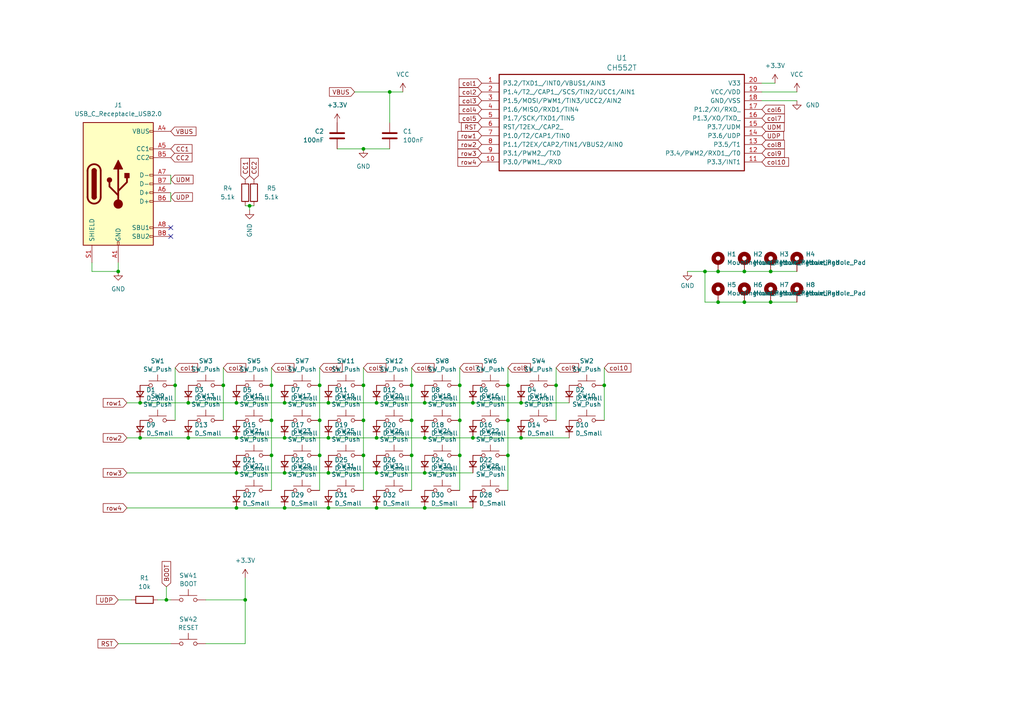
<source format=kicad_sch>
(kicad_sch (version 20230121) (generator eeschema)
  (paper "A4")
  (lib_symbols
    (symbol "Connector:USB_C_Receptacle_USB2.0" (pin_names (offset 1.016))
      (property "Reference" "J" (at -10.16 19.05 0))
      (property "Value" "USB_C_Receptacle_USB2.0" (at 19.05 19.05 0))
      (symbol "USB_C_Receptacle_USB2.0_0_0"
        (rectangle (start -0.254 -17.78) (end 0.254 -16.764))
        (rectangle (start 10.16 -14.986) (end 9.144 -15.494))
        (rectangle (start 10.16 -12.446) (end 9.144 -12.954))
        (rectangle (start 10.16 -4.826) (end 9.144 -5.334))
        (rectangle (start 10.16 -2.286) (end 9.144 -2.794))
        (rectangle (start 10.16 0.254) (end 9.144 -0.254))
        (rectangle (start 10.16 2.794) (end 9.144 2.286))
        (rectangle (start 10.16 7.874) (end 9.144 7.366))
        (rectangle (start 10.16 10.414) (end 9.144 9.906))
        (rectangle (start 10.16 15.494) (end 9.144 14.986))
      )
      (symbol "USB_C_Receptacle_USB2.0_0_1"
        (rectangle (start -10.16 17.78) (end 10.16 -17.78) (stroke (width 0.254)) (fill (type background)))
        (arc (start -8.89 -3.81) (mid -6.985 -5.7067) (end -5.08 -3.81) (stroke (width 0.508)))
        (arc (start -7.62 -3.81) (mid -6.985 -4.4423) (end -6.35 -3.81) (stroke (width 0.254)))
        (arc (start -7.62 -3.81) (mid -6.985 -4.4423) (end -6.35 -3.81) (stroke (width 0.254)) (fill (type outline)))
        (rectangle (start -7.62 -3.81) (end -6.35 3.81) (stroke (width 0.254)) (fill (type outline)))
        (arc (start -6.35 3.81) (mid -6.985 4.4423) (end -7.62 3.81) (stroke (width 0.254)))
        (arc (start -6.35 3.81) (mid -6.985 4.4423) (end -7.62 3.81) (stroke (width 0.254)) (fill (type outline)))
        (arc (start -5.08 3.81) (mid -6.985 5.7067) (end -8.89 3.81) (stroke (width 0.508)))
        (circle (center -2.54 1.143) (radius 0.635) (stroke (width 0.254)) (fill (type outline)))
        (circle (center 0 -5.842) (radius 1.27) (fill (type outline)))
        (polyline (pts (xy -8.89 -3.81) (xy -8.89 3.81)) (stroke (width 0.508)))
        (polyline (pts (xy -5.08 3.81) (xy -5.08 -3.81)) (stroke (width 0.508)))
        (polyline (pts (xy 0 -5.842) (xy 0 4.318)) (stroke (width 0.508)))
        (polyline (pts (xy 0 -3.302) (xy -2.54 -0.762) (xy -2.54 0.508)) (stroke (width 0.508)))
        (polyline (pts (xy 0 -2.032) (xy 2.54 0.508) (xy 2.54 1.778)) (stroke (width 0.508)))
        (polyline (pts (xy -1.27 4.318) (xy 0 6.858) (xy 1.27 4.318) (xy -1.27 4.318)) (stroke (width 0.254)) (fill (type outline)))
        (rectangle (start 1.905 1.778) (end 3.175 3.048) (stroke (width 0.254)) (fill (type outline)))
      )
      (symbol "USB_C_Receptacle_USB2.0_1_1"
        (pin passive line (at 0 -22.86 90) (length 5.08) (name "GND") (number "A1"))
        (pin passive line (at 0 -22.86 90) (length 5.08) hide (name "GND") (number "A12"))
        (pin passive line (at 15.24 15.24 180) (length 5.08) (name "VBUS") (number "A4"))
        (pin bidirectional line (at 15.24 10.16 180) (length 5.08) (name "CC1") (number "A5"))
        (pin bidirectional line (at 15.24 -2.54 180) (length 5.08) (name "D+") (number "A6"))
        (pin bidirectional line (at 15.24 2.54 180) (length 5.08) (name "D-") (number "A7"))
        (pin bidirectional line (at 15.24 -12.7 180) (length 5.08) (name "SBU1") (number "A8"))
        (pin passive line (at 15.24 15.24 180) (length 5.08) hide (name "VBUS") (number "A9"))
        (pin passive line (at 0 -22.86 90) (length 5.08) hide (name "GND") (number "B1"))
        (pin passive line (at 0 -22.86 90) (length 5.08) hide (name "GND") (number "B12"))
        (pin passive line (at 15.24 15.24 180) (length 5.08) hide (name "VBUS") (number "B4"))
        (pin bidirectional line (at 15.24 7.62 180) (length 5.08) (name "CC2") (number "B5"))
        (pin bidirectional line (at 15.24 -5.08 180) (length 5.08) (name "D+") (number "B6"))
        (pin bidirectional line (at 15.24 0 180) (length 5.08) (name "D-") (number "B7"))
        (pin bidirectional line (at 15.24 -15.24 180) (length 5.08) (name "SBU2") (number "B8"))
        (pin passive line (at 15.24 15.24 180) (length 5.08) hide (name "VBUS") (number "B9"))
        (pin passive line (at -7.62 -22.86 90) (length 5.08) (name "SHIELD") (number "S1"))
      )
    )
    (symbol "Device:C" (pin_numbers hide) (pin_names (offset 0.254))
      (property "Reference" "C" (at 0.635 2.54 0))
      (property "Value" "C" (at 0.635 -2.54 0))
      (symbol "C_0_1"
        (polyline (pts (xy -2.032 -0.762) (xy 2.032 -0.762)) (stroke (width 0.508)))
        (polyline (pts (xy -2.032 0.762) (xy 2.032 0.762)) (stroke (width 0.508)))
      )
      (symbol "C_1_1"
        (pin passive line (at 0 3.81 270) (length 2.794) (name "~") (number "1"))
        (pin passive line (at 0 -3.81 90) (length 2.794) (name "~") (number "2"))
      )
    )
    (symbol "Device:D_Small" (pin_numbers hide) (pin_names (offset 0.254) hide)
      (property "Reference" "D" (at -1.27 2.032 0))
      (property "Value" "D_Small" (at -3.81 -2.032 0))
      (symbol "D_Small_0_1"
        (polyline (pts (xy -0.762 -1.016) (xy -0.762 1.016)) (stroke (width 0.254)))
        (polyline (pts (xy -0.762 0) (xy 0.762 0)))
        (polyline (pts (xy 0.762 -1.016) (xy -0.762 0) (xy 0.762 1.016) (xy 0.762 -1.016)) (stroke (width 0.254)))
      )
      (symbol "D_Small_1_1"
        (pin passive line (at -2.54 0 0) (length 1.778) (name "K") (number "1"))
        (pin passive line (at 2.54 0 180) (length 1.778) (name "A") (number "2"))
      )
    )
    (symbol "Device:R" (pin_numbers hide) (pin_names (offset 0))
      (property "Reference" "R" (at 2.032 0 90))
      (property "Value" "R" (at 0 0 90))
      (symbol "R_0_1"
        (rectangle (start -1.016 -2.54) (end 1.016 2.54) (stroke (width 0.254)))
      )
      (symbol "R_1_1"
        (pin passive line (at 0 3.81 270) (length 1.27) (name "~") (number "1"))
        (pin passive line (at 0 -3.81 90) (length 1.27) (name "~") (number "2"))
      )
    )
    (symbol "Mechanical:MountingHole_Pad" (pin_numbers hide) (pin_names (offset 1.016) hide)
      (property "Reference" "H" (at 0 6.35 0))
      (property "Value" "MountingHole_Pad" (at 0 4.445 0))
      (symbol "MountingHole_Pad_0_1"
        (circle (center 0 1.27) (radius 1.27) (stroke (width 1.27)))
      )
      (symbol "MountingHole_Pad_1_1"
        (pin input line (at 0 -2.54 90) (length 2.54) (name "1") (number "1"))
      )
    )
    (symbol "Switch:SW_Push" (pin_numbers hide) (pin_names (offset 1.016) hide)
      (property "Reference" "SW" (at 1.27 2.54 0))
      (property "Value" "SW_Push" (at 0 -1.524 0))
      (symbol "SW_Push_0_1"
        (circle (center -2.032 0) (radius 0.508))
        (polyline (pts (xy 0 1.27) (xy 0 3.048)))
        (polyline (pts (xy 2.54 1.27) (xy -2.54 1.27)))
        (circle (center 2.032 0) (radius 0.508))
        (pin passive line (at -5.08 0 0) (length 2.54) (name "1") (number "1"))
        (pin passive line (at 5.08 0 180) (length 2.54) (name "2") (number "2"))
      )
    )
    (symbol "power:+3.3V" (power) (pin_names (offset 0))
      (property "Value" "+3.3V" (at 0 3.556 0))
      (symbol "+3.3V_0_1"
        (polyline (pts (xy -0.762 1.27) (xy 0 2.54)))
        (polyline (pts (xy 0 0) (xy 0 2.54)))
        (polyline (pts (xy 0 2.54) (xy 0.762 1.27)))
      )
      (symbol "+3.3V_1_1"
        (pin power_in line (at 0 0 90) (length 0) hide (name "+3.3V") (number "1"))
      )
    )
    (symbol "power:GND" (power) (pin_names (offset 0))
      (property "Value" "GND" (at 0 -3.81 0))
      (symbol "GND_0_1"
        (polyline (pts (xy 0 0) (xy 0 -1.27) (xy 1.27 -1.27) (xy 0 -2.54) (xy -1.27 -1.27) (xy 0 -1.27)))
      )
      (symbol "GND_1_1"
        (pin power_in line (at 0 0 270) (length 0) hide (name "GND") (number "1"))
      )
    )
    (symbol "power:VCC" (power) (pin_names (offset 0))
      (property "Value" "VCC" (at 0 3.81 0))
      (symbol "VCC_0_1"
        (polyline (pts (xy -0.762 1.27) (xy 0 2.54)))
        (polyline (pts (xy 0 0) (xy 0 2.54)))
        (polyline (pts (xy 0 2.54) (xy 0.762 1.27)))
      )
      (symbol "VCC_1_1"
        (pin power_in line (at 0 0 90) (length 0) hide (name "VCC") (number "1"))
      )
    )
    (symbol "wch:CH552T" (pin_names (offset 1.016))
      (property "Reference" "U" (at 5.08 6.35 0))
      (property "Value" "CH552T" (at 5.08 3.81 0))
      (symbol "CH552T_1_1"
        (rectangle (start 5.08 2.54) (end 76.2 -25.4) (stroke (width 0.3048)))
        (pin bidirectional line (at 0 0 0) (length 5.08) (name "P3.2/TXD1_/INT0/VBUS1/AIN3") (number "1"))
        (pin bidirectional line (at 0 -22.86 0) (length 5.08) (name "P3.0/PWM1_/RXD") (number "10"))
        (pin bidirectional line (at 81.28 -22.86 180) (length 5.08) (name "P3.3/INT1") (number "11"))
        (pin bidirectional line (at 81.28 -20.32 180) (length 5.08) (name "P3.4/PWM2/RXD1_/T0") (number "12"))
        (pin bidirectional line (at 81.28 -17.78 180) (length 5.08) (name "P3.5/T1") (number "13"))
        (pin bidirectional line (at 81.28 -15.24 180) (length 5.08) (name "P3.6/UDP") (number "14"))
        (pin bidirectional line (at 81.28 -12.7 180) (length 5.08) (name "P3.7/UDM") (number "15"))
        (pin bidirectional line (at 81.28 -10.16 180) (length 5.08) (name "P1.3/XO/TXD_") (number "16"))
        (pin bidirectional line (at 81.28 -7.62 180) (length 5.08) (name "P1.2/XI/RXD_") (number "17"))
        (pin power_in line (at 81.28 -5.08 180) (length 5.08) (name "GND/VSS") (number "18"))
        (pin power_in line (at 81.28 -2.54 180) (length 5.08) (name "VCC/VDD") (number "19"))
        (pin bidirectional line (at 0 -2.54 0) (length 5.08) (name "P1.4/T2_/CAP1_/SCS/TIN2/UCC1/AIN1") (number "2"))
        (pin power_in line (at 81.28 0 180) (length 5.08) (name "V33") (number "20"))
        (pin bidirectional line (at 0 -5.08 0) (length 5.08) (name "P1.5/MOSI/PWM1/TIN3/UCC2/AIN2") (number "3"))
        (pin bidirectional line (at 0 -7.62 0) (length 5.08) (name "P1.6/MISO/RXD1/TIN4") (number "4"))
        (pin bidirectional line (at 0 -10.16 0) (length 5.08) (name "P1.7/SCK/TXD1/TIN5") (number "5"))
        (pin bidirectional line (at 0 -12.7 0) (length 5.08) (name "RST/T2EX_/CAP2_") (number "6"))
        (pin bidirectional line (at 0 -15.24 0) (length 5.08) (name "P1.0/T2/CAP1/TIN0") (number "7"))
        (pin bidirectional line (at 0 -17.78 0) (length 5.08) (name "P1.1/T2EX/CAP2/TIN1/VBUS2/AIN0") (number "8"))
        (pin bidirectional line (at 0 -20.32 0) (length 5.08) (name "P3.1/PWM2_/TXD") (number "9"))
      )
    )
  )
  (junction (at 105.41 111.76))
  (junction (at 137.16 127))
  (junction (at 92.71 111.76))
  (junction (at 123.19 147.32))
  (junction (at 109.22 147.32))
  (junction (at 109.22 116.84))
  (junction (at 92.71 121.92))
  (junction (at 78.74 132.08))
  (junction (at 50.8 111.76))
  (junction (at 68.58 116.84))
  (junction (at 95.25 116.84))
  (junction (at 82.55 127))
  (junction (at 68.58 127))
  (junction (at 175.26 111.76))
  (junction (at 82.55 116.84))
  (junction (at 78.74 121.92))
  (junction (at 64.77 111.76))
  (junction (at 113.03 26.67))
  (junction (at 123.19 127))
  (junction (at 109.22 127))
  (junction (at 119.38 132.08))
  (junction (at 105.41 121.92))
  (junction (at 208.28 78.74))
  (junction (at 68.58 137.16))
  (junction (at 71.12 173.99))
  (junction (at 40.64 127))
  (junction (at 133.35 132.08))
  (junction (at 105.41 43.18))
  (junction (at 204.47 78.74))
  (junction (at 223.52 78.74))
  (junction (at 123.19 137.16))
  (junction (at 137.16 116.84))
  (junction (at 72.39 59.69))
  (junction (at 48.26 173.99))
  (junction (at 215.9 78.74))
  (junction (at 147.32 121.92))
  (junction (at 208.28 87.63))
  (junction (at 95.25 137.16))
  (junction (at 147.32 132.08))
  (junction (at 133.35 111.76))
  (junction (at 133.35 121.92))
  (junction (at 223.52 87.63))
  (junction (at 95.25 147.32))
  (junction (at 54.61 127))
  (junction (at 95.25 127))
  (junction (at 215.9 87.63))
  (junction (at 151.13 116.84))
  (junction (at 92.71 132.08))
  (junction (at 109.22 137.16))
  (junction (at 82.55 147.32))
  (junction (at 147.32 111.76))
  (junction (at 119.38 121.92))
  (junction (at 34.29 78.74))
  (junction (at 151.13 127))
  (junction (at 54.61 116.84))
  (junction (at 123.19 116.84))
  (junction (at 40.64 116.84))
  (junction (at 68.58 147.32))
  (junction (at 119.38 111.76))
  (junction (at 105.41 132.08))
  (junction (at 161.29 111.76))
  (junction (at 82.55 137.16))
  (junction (at 78.74 111.76))
  (no_connect (at 49.53 68.58))
  (no_connect (at 49.53 66.04))
  (wire (pts (xy 40.64 116.84) (xy 54.61 116.84)))
  (wire (pts (xy 133.35 111.76) (xy 133.35 121.92)))
  (wire (pts (xy 161.29 111.76) (xy 161.29 121.92)))
  (wire (pts (xy 95.25 116.84) (xy 109.22 116.84)))
  (wire (pts (xy 92.71 132.08) (xy 92.71 142.24)))
  (wire (pts (xy 133.35 106.68) (xy 133.35 111.76)))
  (wire (pts (xy 26.67 76.2) (xy 26.67 78.74)))
  (wire (pts (xy 220.98 24.13) (xy 224.79 24.13)))
  (wire (pts (xy 82.55 127) (xy 95.25 127)))
  (wire (pts (xy 147.32 106.68) (xy 147.32 111.76)))
  (wire (pts (xy 161.29 106.68) (xy 161.29 111.76)))
  (wire (pts (xy 113.03 26.67) (xy 113.03 35.56)))
  (wire (pts (xy 49.53 50.8) (xy 49.53 53.34)))
  (wire (pts (xy 36.83 127) (xy 40.64 127)))
  (wire (pts (xy 59.69 173.99) (xy 71.12 173.99)))
  (wire (pts (xy 71.12 186.69) (xy 59.69 186.69)))
  (wire (pts (xy 119.38 111.76) (xy 119.38 121.92)))
  (wire (pts (xy 68.58 147.32) (xy 82.55 147.32)))
  (wire (pts (xy 199.39 78.74) (xy 204.47 78.74)))
  (wire (pts (xy 231.14 78.74) (xy 223.52 78.74)))
  (wire (pts (xy 95.25 127) (xy 109.22 127)))
  (wire (pts (xy 82.55 147.32) (xy 95.25 147.32)))
  (wire (pts (xy 204.47 87.63) (xy 208.28 87.63)))
  (wire (pts (xy 147.32 132.08) (xy 147.32 142.24)))
  (wire (pts (xy 223.52 87.63) (xy 231.14 87.63)))
  (wire (pts (xy 151.13 127) (xy 165.1 127)))
  (wire (pts (xy 40.64 127) (xy 54.61 127)))
  (wire (pts (xy 231.14 29.21) (xy 220.98 29.21)))
  (wire (pts (xy 92.71 106.68) (xy 92.71 111.76)))
  (wire (pts (xy 26.67 78.74) (xy 34.29 78.74)))
  (wire (pts (xy 49.53 55.88) (xy 49.53 58.42)))
  (wire (pts (xy 220.98 26.67) (xy 231.14 26.67)))
  (wire (pts (xy 82.55 116.84) (xy 95.25 116.84)))
  (wire (pts (xy 54.61 127) (xy 68.58 127)))
  (wire (pts (xy 78.74 111.76) (xy 78.74 121.92)))
  (wire (pts (xy 137.16 127) (xy 151.13 127)))
  (wire (pts (xy 123.19 116.84) (xy 137.16 116.84)))
  (wire (pts (xy 50.8 106.68) (xy 50.8 111.76)))
  (wire (pts (xy 147.32 111.76) (xy 147.32 121.92)))
  (wire (pts (xy 119.38 106.68) (xy 119.38 111.76)))
  (wire (pts (xy 102.87 26.67) (xy 113.03 26.67)))
  (wire (pts (xy 36.83 147.32) (xy 68.58 147.32)))
  (wire (pts (xy 105.41 132.08) (xy 105.41 142.24)))
  (wire (pts (xy 175.26 106.68) (xy 175.26 111.76)))
  (wire (pts (xy 109.22 137.16) (xy 123.19 137.16)))
  (wire (pts (xy 123.19 127) (xy 137.16 127)))
  (wire (pts (xy 45.72 173.99) (xy 48.26 173.99)))
  (wire (pts (xy 123.19 147.32) (xy 137.16 147.32)))
  (wire (pts (xy 36.83 137.16) (xy 68.58 137.16)))
  (wire (pts (xy 133.35 132.08) (xy 133.35 142.24)))
  (wire (pts (xy 105.41 121.92) (xy 105.41 132.08)))
  (wire (pts (xy 68.58 137.16) (xy 82.55 137.16)))
  (wire (pts (xy 71.12 173.99) (xy 71.12 186.69)))
  (wire (pts (xy 95.25 137.16) (xy 109.22 137.16)))
  (wire (pts (xy 34.29 173.99) (xy 38.1 173.99)))
  (wire (pts (xy 119.38 121.92) (xy 119.38 132.08)))
  (wire (pts (xy 72.39 59.69) (xy 73.66 59.69)))
  (wire (pts (xy 208.28 87.63) (xy 215.9 87.63)))
  (wire (pts (xy 133.35 121.92) (xy 133.35 132.08)))
  (wire (pts (xy 64.77 106.68) (xy 64.77 111.76)))
  (wire (pts (xy 109.22 127) (xy 123.19 127)))
  (wire (pts (xy 48.26 173.99) (xy 49.53 173.99)))
  (wire (pts (xy 119.38 132.08) (xy 119.38 142.24)))
  (wire (pts (xy 72.39 59.69) (xy 72.39 60.96)))
  (wire (pts (xy 97.79 43.18) (xy 105.41 43.18)))
  (wire (pts (xy 208.28 78.74) (xy 204.47 78.74)))
  (wire (pts (xy 78.74 106.68) (xy 78.74 111.76)))
  (wire (pts (xy 215.9 87.63) (xy 223.52 87.63)))
  (wire (pts (xy 50.8 111.76) (xy 50.8 121.92)))
  (wire (pts (xy 137.16 116.84) (xy 151.13 116.84)))
  (wire (pts (xy 78.74 121.92) (xy 78.74 132.08)))
  (wire (pts (xy 68.58 116.84) (xy 82.55 116.84)))
  (wire (pts (xy 113.03 26.67) (xy 116.84 26.67)))
  (wire (pts (xy 71.12 59.69) (xy 72.39 59.69)))
  (wire (pts (xy 123.19 137.16) (xy 137.16 137.16)))
  (wire (pts (xy 105.41 43.18) (xy 113.03 43.18)))
  (wire (pts (xy 71.12 167.64) (xy 71.12 173.99)))
  (wire (pts (xy 223.52 78.74) (xy 215.9 78.74)))
  (wire (pts (xy 54.61 116.84) (xy 68.58 116.84)))
  (wire (pts (xy 105.41 111.76) (xy 105.41 121.92)))
  (wire (pts (xy 109.22 116.84) (xy 123.19 116.84)))
  (wire (pts (xy 48.26 170.18) (xy 48.26 173.99)))
  (wire (pts (xy 109.22 147.32) (xy 123.19 147.32)))
  (wire (pts (xy 36.83 116.84) (xy 40.64 116.84)))
  (wire (pts (xy 147.32 121.92) (xy 147.32 132.08)))
  (wire (pts (xy 68.58 127) (xy 82.55 127)))
  (wire (pts (xy 95.25 147.32) (xy 109.22 147.32)))
  (wire (pts (xy 175.26 111.76) (xy 175.26 121.92)))
  (wire (pts (xy 151.13 116.84) (xy 165.1 116.84)))
  (wire (pts (xy 92.71 121.92) (xy 92.71 132.08)))
  (wire (pts (xy 105.41 106.68) (xy 105.41 111.76)))
  (wire (pts (xy 34.29 186.69) (xy 49.53 186.69)))
  (wire (pts (xy 34.29 76.2) (xy 34.29 78.74)))
  (wire (pts (xy 215.9 78.74) (xy 208.28 78.74)))
  (wire (pts (xy 78.74 132.08) (xy 78.74 142.24)))
  (wire (pts (xy 204.47 78.74) (xy 204.47 87.63)))
  (wire (pts (xy 64.77 111.76) (xy 64.77 121.92)))
  (wire (pts (xy 92.71 111.76) (xy 92.71 121.92)))
  (wire (pts (xy 82.55 137.16) (xy 95.25 137.16)))
  (global_label "col4" (shape input) (at 92.71 106.68 0) (property "Intersheetrefs" "${INTERSHEET_REFS}" (effects hide)))
  (global_label "col1" (shape input) (at 50.8 106.68 0) (property "Intersheetrefs" "${INTERSHEET_REFS}" (effects hide)))
  (global_label "row2" (shape input) (at 36.83 127 180) (property "Intersheetrefs" "${INTERSHEET_REFS}" (effects hide)))
  (global_label "CC1" (shape input) (at 49.53 43.18 0) (property "Intersheetrefs" "${INTERSHEET_REFS}" (effects hide)))
  (global_label "col3" (shape input) (at 78.74 106.68 0) (property "Intersheetrefs" "${INTERSHEET_REFS}" (effects hide)))
  (global_label "col9" (shape input) (at 161.29 106.68 0) (property "Intersheetrefs" "${INTERSHEET_REFS}" (effects hide)))
  (global_label "row1" (shape input) (at 139.7 39.37 180) (property "Intersheetrefs" "${INTERSHEET_REFS}" (effects hide)))
  (global_label "UDP" (shape input) (at 220.98 39.37 0) (property "Intersheetrefs" "${INTERSHEET_REFS}" (effects hide)))
  (global_label "col4" (shape input) (at 139.7 31.75 180) (property "Intersheetrefs" "${INTERSHEET_REFS}" (effects hide)))
  (global_label "col1" (shape input) (at 139.7 24.13 180) (property "Intersheetrefs" "${INTERSHEET_REFS}" (effects hide)))
  (global_label "UDM" (shape input) (at 220.98 36.83 0) (property "Intersheetrefs" "${INTERSHEET_REFS}" (effects hide)))
  (global_label "col5" (shape input) (at 105.41 106.68 0) (property "Intersheetrefs" "${INTERSHEET_REFS}" (effects hide)))
  (global_label "CC2" (shape input) (at 49.53 45.72 0) (property "Intersheetrefs" "${INTERSHEET_REFS}" (effects hide)))
  (global_label "UDP" (shape input) (at 49.53 57.15 0) (property "Intersheetrefs" "${INTERSHEET_REFS}" (effects hide)))
  (global_label "CC1" (shape input) (at 71.12 52.07 90) (property "Intersheetrefs" "${INTERSHEET_REFS}" (effects hide)))
  (global_label "col7" (shape input) (at 220.98 34.29 0) (property "Intersheetrefs" "${INTERSHEET_REFS}" (effects hide)))
  (global_label "col3" (shape input) (at 139.7 29.21 180) (property "Intersheetrefs" "${INTERSHEET_REFS}" (effects hide)))
  (global_label "col2" (shape input) (at 139.7 26.67 180) (property "Intersheetrefs" "${INTERSHEET_REFS}" (effects hide)))
  (global_label "col5" (shape input) (at 139.7 34.29 180) (property "Intersheetrefs" "${INTERSHEET_REFS}" (effects hide)))
  (global_label "UDP" (shape input) (at 34.29 173.99 180) (property "Intersheetrefs" "${INTERSHEET_REFS}" (effects hide)))
  (global_label "col2" (shape input) (at 64.77 106.68 0) (property "Intersheetrefs" "${INTERSHEET_REFS}" (effects hide)))
  (global_label "VBUS" (shape input) (at 102.87 26.67 180) (property "Intersheetrefs" "${INTERSHEET_REFS}" (effects hide)))
  (global_label "col9" (shape input) (at 220.98 44.45 0) (property "Intersheetrefs" "${INTERSHEET_REFS}" (effects hide)))
  (global_label "row2" (shape input) (at 139.7 41.91 180) (property "Intersheetrefs" "${INTERSHEET_REFS}" (effects hide)))
  (global_label "VBUS" (shape input) (at 49.53 38.1 0) (property "Intersheetrefs" "${INTERSHEET_REFS}" (effects hide)))
  (global_label "row3" (shape input) (at 139.7 44.45 180) (property "Intersheetrefs" "${INTERSHEET_REFS}" (effects hide)))
  (global_label "col10" (shape input) (at 220.98 46.99 0) (property "Intersheetrefs" "${INTERSHEET_REFS}" (effects hide)))
  (global_label "BOOT" (shape input) (at 48.26 170.18 90) (property "Intersheetrefs" "${INTERSHEET_REFS}" (effects hide)))
  (global_label "row4" (shape input) (at 139.7 46.99 180) (property "Intersheetrefs" "${INTERSHEET_REFS}" (effects hide)))
  (global_label "col8" (shape input) (at 220.98 41.91 0) (property "Intersheetrefs" "${INTERSHEET_REFS}" (effects hide)))
  (global_label "row4" (shape input) (at 36.83 147.32 180) (property "Intersheetrefs" "${INTERSHEET_REFS}" (effects hide)))
  (global_label "col7" (shape input) (at 133.35 106.68 0) (property "Intersheetrefs" "${INTERSHEET_REFS}" (effects hide)))
  (global_label "RST" (shape input) (at 139.7 36.83 180) (property "Intersheetrefs" "${INTERSHEET_REFS}" (effects hide)))
  (global_label "row3" (shape input) (at 36.83 137.16 180) (property "Intersheetrefs" "${INTERSHEET_REFS}" (effects hide)))
  (global_label "UDM" (shape input) (at 49.53 52.07 0) (property "Intersheetrefs" "${INTERSHEET_REFS}" (effects hide)))
  (global_label "col10" (shape input) (at 175.26 106.68 0) (property "Intersheetrefs" "${INTERSHEET_REFS}" (effects hide)))
  (global_label "CC2" (shape input) (at 73.66 52.07 90) (property "Intersheetrefs" "${INTERSHEET_REFS}" (effects hide)))
  (global_label "RST" (shape input) (at 34.29 186.69 180) (property "Intersheetrefs" "${INTERSHEET_REFS}" (effects hide)))
  (global_label "col6" (shape input) (at 119.38 106.68 0) (property "Intersheetrefs" "${INTERSHEET_REFS}" (effects hide)))
  (global_label "col8" (shape input) (at 147.32 106.68 0) (property "Intersheetrefs" "${INTERSHEET_REFS}" (effects hide)))
  (global_label "row1" (shape input) (at 36.83 116.84 180) (property "Intersheetrefs" "${INTERSHEET_REFS}" (effects hide)))
  (global_label "col6" (shape input) (at 220.98 31.75 0) (property "Intersheetrefs" "${INTERSHEET_REFS}" (effects hide)))
  (symbol (lib_id "Switch:SW_Push") (at 100.33 132.08 0) (unit 1)
    (property "Reference" "SW25" (at 100.33 125.0147 0))
    (property "Value" "SW_Push" (at 100.33 127.4389 0))
    (property "Footprint" "Button_Switch_SMD:SW_SPST_EVQP0" (effects hide))
  )
  (symbol (lib_id "power:+3.3V") (at 97.79 35.56 0) (mirror y) (unit 1)
    (property "Reference" "#PWR06" (effects hide))
    (property "Value" "+3.3V" (at 97.79 30.48 0))
  )
  (symbol (lib_id "Switch:SW_Push") (at 87.63 142.24 0) (unit 1)
    (property "Reference" "SW29" (at 87.63 135.1747 0))
    (property "Value" "SW_Push" (at 87.63 137.5989 0))
    (property "Footprint" "Button_Switch_SMD:SW_SPST_EVQP0" (effects hide))
  )
  (symbol (lib_id "Switch:SW_Push") (at 73.66 121.92 0) (unit 1)
    (property "Reference" "SW15" (at 73.66 114.8547 0))
    (property "Value" "SW_Push" (at 73.66 117.2789 0))
    (property "Footprint" "Button_Switch_SMD:SW_SPST_EVQP0" (effects hide))
  )
  (symbol (lib_id "Device:D_Small") (at 68.58 124.46 90) (unit 1)
    (property "Reference" "D15" (at 70.358 123.2479 90) (effects (justify right)))
    (property "Value" "D_Small" (at 70.358 125.6721 90) (effects (justify right)))
    (property "Footprint" "Diode_SMD:D_SOD-323" (effects hide))
    (property "Sim.Device" "D" (effects hide))
    (property "Sim.Pins" "1=K 2=A" (effects hide))
  )
  (symbol (lib_id "Device:D_Small") (at 68.58 134.62 90) (unit 1)
    (property "Reference" "D21" (at 70.358 133.4079 90) (effects (justify right)))
    (property "Value" "D_Small" (at 70.358 135.8321 90) (effects (justify right)))
    (property "Footprint" "Diode_SMD:D_SOD-323" (effects hide))
    (property "Sim.Device" "D" (effects hide))
    (property "Sim.Pins" "1=K 2=A" (effects hide))
  )
  (symbol (lib_id "Device:D_Small") (at 109.22 134.62 90) (unit 1)
    (property "Reference" "D26" (at 110.998 133.4079 90) (effects (justify right)))
    (property "Value" "D_Small" (at 110.998 135.8321 90) (effects (justify right)))
    (property "Footprint" "Diode_SMD:D_SOD-323" (effects hide))
    (property "Sim.Device" "D" (effects hide))
    (property "Sim.Pins" "1=K 2=A" (effects hide))
  )
  (symbol (lib_id "Device:R") (at 73.66 55.88 0) (mirror y) (unit 1)
    (property "Reference" "R5" (at 78.74 54.61 0))
    (property "Value" "5.1k" (at 78.74 57.15 0))
    (property "Footprint" "Resistor_SMD:R_0402_1005Metric" (effects hide))
    (property "LCSC" "C25905" (effects hide))
  )
  (symbol (lib_id "Device:D_Small") (at 165.1 124.46 90) (unit 1)
    (property "Reference" "D10" (at 166.878 123.2479 90) (effects (justify right)))
    (property "Value" "D_Small" (at 166.878 125.6721 90) (effects (justify right)))
    (property "Footprint" "Diode_SMD:D_SOD-323" (effects hide))
    (property "Sim.Device" "D" (effects hide))
    (property "Sim.Pins" "1=K 2=A" (effects hide))
  )
  (symbol (lib_id "Device:D_Small") (at 82.55 114.3 90) (unit 1)
    (property "Reference" "D7" (at 84.328 113.0879 90) (effects (justify right)))
    (property "Value" "D_Small" (at 84.328 115.5121 90) (effects (justify right)))
    (property "Footprint" "Diode_SMD:D_SOD-323" (effects hide))
    (property "Sim.Device" "D" (effects hide))
    (property "Sim.Pins" "1=K 2=A" (effects hide))
  )
  (symbol (lib_id "Switch:SW_Push") (at 59.69 111.76 0) (unit 1)
    (property "Reference" "SW3" (at 59.69 104.6947 0))
    (property "Value" "SW_Push" (at 59.69 107.1189 0))
    (property "Footprint" "Button_Switch_SMD:SW_SPST_EVQP0" (effects hide))
  )
  (symbol (lib_id "wch:CH552T") (at 139.7 24.13 0) (unit 1)
    (property "Reference" "U1" (at 180.34 16.8074 0) (effects (font (size 1.524 1.524))))
    (property "Value" "CH552T" (at 180.34 19.6402 0) (effects (font (size 1.524 1.524))))
    (property "Footprint" "Package_SO:TSSOP-20_4.4x6.5mm_P0.65mm" (effects hide))
    (property "Datasheet" "http://www.wch.cn/downloads/file/241.html" (effects hide))
  )
  (symbol (lib_id "Device:D_Small") (at 123.19 114.3 90) (unit 1)
    (property "Reference" "D8" (at 124.968 113.0879 90) (effects (justify right)))
    (property "Value" "D_Small" (at 124.968 115.5121 90) (effects (justify right)))
    (property "Footprint" "Diode_SMD:D_SOD-323" (effects hide))
    (property "Sim.Device" "D" (effects hide))
    (property "Sim.Pins" "1=K 2=A" (effects hide))
  )
  (symbol (lib_id "Switch:SW_Push") (at 128.27 121.92 0) (unit 1)
    (property "Reference" "SW18" (at 128.27 114.8547 0))
    (property "Value" "SW_Push" (at 128.27 117.2789 0))
    (property "Footprint" "Button_Switch_SMD:SW_SPST_EVQP0" (effects hide))
  )
  (symbol (lib_id "Device:D_Small") (at 151.13 114.3 90) (unit 1)
    (property "Reference" "D4" (at 152.908 113.0879 90) (effects (justify right)))
    (property "Value" "D_Small" (at 152.908 115.5121 90) (effects (justify right)))
    (property "Footprint" "Diode_SMD:D_SOD-323" (effects hide))
    (property "Sim.Device" "D" (effects hide))
    (property "Sim.Pins" "1=K 2=A" (effects hide))
  )
  (symbol (lib_id "Device:D_Small") (at 123.19 124.46 90) (unit 1)
    (property "Reference" "D18" (at 124.968 123.2479 90) (effects (justify right)))
    (property "Value" "D_Small" (at 124.968 125.6721 90) (effects (justify right)))
    (property "Footprint" "Diode_SMD:D_SOD-323" (effects hide))
    (property "Sim.Device" "D" (effects hide))
    (property "Sim.Pins" "1=K 2=A" (effects hide))
  )
  (symbol (lib_id "Switch:SW_Push") (at 87.63 111.76 0) (unit 1)
    (property "Reference" "SW7" (at 87.63 104.6947 0))
    (property "Value" "SW_Push" (at 87.63 107.1189 0))
    (property "Footprint" "Button_Switch_SMD:SW_SPST_EVQP0" (effects hide))
  )
  (symbol (lib_id "Device:D_Small") (at 54.61 114.3 90) (unit 1)
    (property "Reference" "D3" (at 56.388 113.0879 90) (effects (justify right)))
    (property "Value" "D_Small" (at 56.388 115.5121 90) (effects (justify right)))
    (property "Footprint" "Diode_SMD:D_SOD-323" (effects hide))
    (property "Sim.Device" "D" (effects hide))
    (property "Sim.Pins" "1=K 2=A" (effects hide))
  )
  (symbol (lib_id "Switch:SW_Push") (at 100.33 142.24 0) (unit 1)
    (property "Reference" "SW31" (at 100.33 135.1747 0))
    (property "Value" "SW_Push" (at 100.33 137.5989 0))
    (property "Footprint" "Button_Switch_SMD:SW_SPST_EVQP0" (effects hide))
  )
  (symbol (lib_id "Device:D_Small") (at 95.25 134.62 90) (unit 1)
    (property "Reference" "D25" (at 97.028 133.4079 90) (effects (justify right)))
    (property "Value" "D_Small" (at 97.028 135.8321 90) (effects (justify right)))
    (property "Footprint" "Diode_SMD:D_SOD-323" (effects hide))
    (property "Sim.Device" "D" (effects hide))
    (property "Sim.Pins" "1=K 2=A" (effects hide))
  )
  (symbol (lib_id "Switch:SW_Push") (at 114.3 142.24 0) (unit 1)
    (property "Reference" "SW32" (at 114.3 135.1747 0))
    (property "Value" "SW_Push" (at 114.3 137.5989 0))
    (property "Footprint" "Button_Switch_SMD:SW_SPST_EVQP0" (effects hide))
  )
  (symbol (lib_id "Switch:SW_Push") (at 114.3 111.76 0) (unit 1)
    (property "Reference" "SW12" (at 114.3 104.6947 0))
    (property "Value" "SW_Push" (at 114.3 107.1189 0))
    (property "Footprint" "Button_Switch_SMD:SW_SPST_EVQP0" (effects hide))
  )
  (symbol (lib_id "Device:D_Small") (at 95.25 114.3 90) (unit 1)
    (property "Reference" "D11" (at 97.028 113.0879 90) (effects (justify right)))
    (property "Value" "D_Small" (at 97.028 115.5121 90) (effects (justify right)))
    (property "Footprint" "Diode_SMD:D_SOD-323" (effects hide))
    (property "Sim.Device" "D" (effects hide))
    (property "Sim.Pins" "1=K 2=A" (effects hide))
  )
  (symbol (lib_id "Device:D_Small") (at 123.19 144.78 90) (unit 1)
    (property "Reference" "D30" (at 124.968 143.5679 90) (effects (justify right)))
    (property "Value" "D_Small" (at 124.968 145.9921 90) (effects (justify right)))
    (property "Footprint" "Diode_SMD:D_SOD-323" (effects hide))
    (property "Sim.Device" "D" (effects hide))
    (property "Sim.Pins" "1=K 2=A" (effects hide))
  )
  (symbol (lib_id "power:VCC") (at 231.14 26.67 0) (unit 1)
    (property "Reference" "#PWR05" (effects hide))
    (property "Value" "VCC" (at 231.14 21.59 0))
  )
  (symbol (lib_id "Device:D_Small") (at 109.22 114.3 90) (unit 1)
    (property "Reference" "D12" (at 110.998 113.0879 90) (effects (justify right)))
    (property "Value" "D_Small" (at 110.998 115.5121 90) (effects (justify right)))
    (property "Footprint" "Diode_SMD:D_SOD-323" (effects hide))
    (property "Sim.Device" "D" (effects hide))
    (property "Sim.Pins" "1=K 2=A" (effects hide))
  )
  (symbol (lib_id "Switch:SW_Push") (at 73.66 132.08 0) (unit 1)
    (property "Reference" "SW21" (at 73.66 125.0147 0))
    (property "Value" "SW_Push" (at 73.66 127.4389 0))
    (property "Footprint" "Button_Switch_SMD:SW_SPST_EVQP0" (effects hide))
  )
  (symbol (lib_id "Device:D_Small") (at 137.16 124.46 90) (unit 1)
    (property "Reference" "D16" (at 138.938 123.2479 90) (effects (justify right)))
    (property "Value" "D_Small" (at 138.938 125.6721 90) (effects (justify right)))
    (property "Footprint" "Diode_SMD:D_SOD-323" (effects hide))
    (property "Sim.Device" "D" (effects hide))
    (property "Sim.Pins" "1=K 2=A" (effects hide))
  )
  (symbol (lib_id "power:GND") (at 72.39 60.96 0) (mirror y) (unit 1)
    (property "Reference" "#PWR07" (effects hide))
    (property "Value" "GND" (at 72.39 64.77 90) (effects (justify right)))
  )
  (symbol (lib_id "Device:D_Small") (at 109.22 144.78 90) (unit 1)
    (property "Reference" "D32" (at 110.998 143.5679 90) (effects (justify right)))
    (property "Value" "D_Small" (at 110.998 145.9921 90) (effects (justify right)))
    (property "Footprint" "Diode_SMD:D_SOD-323" (effects hide))
    (property "Sim.Device" "D" (effects hide))
    (property "Sim.Pins" "1=K 2=A" (effects hide))
  )
  (symbol (lib_id "Mechanical:MountingHole_Pad") (at 208.28 85.09 0) (unit 1)
    (property "Reference" "H5" (at 210.82 82.6079 0) (effects (justify left)))
    (property "Value" "MountingHole_Pad" (at 210.82 85.0321 0) (effects (justify left)))
    (property "Footprint" "userlib:m1.6_hole" (effects hide))
  )
  (symbol (lib_id "Device:D_Small") (at 123.19 134.62 90) (unit 1)
    (property "Reference" "D24" (at 124.968 133.4079 90) (effects (justify right)))
    (property "Value" "D_Small" (at 124.968 135.8321 90) (effects (justify right)))
    (property "Footprint" "Diode_SMD:D_SOD-323" (effects hide))
    (property "Sim.Device" "D" (effects hide))
    (property "Sim.Pins" "1=K 2=A" (effects hide))
  )
  (symbol (lib_id "Switch:SW_Push") (at 100.33 111.76 0) (unit 1)
    (property "Reference" "SW11" (at 100.33 104.6947 0))
    (property "Value" "SW_Push" (at 100.33 107.1189 0))
    (property "Footprint" "Button_Switch_SMD:SW_SPST_EVQP0" (effects hide))
  )
  (symbol (lib_id "Device:D_Small") (at 137.16 114.3 90) (unit 1)
    (property "Reference" "D6" (at 138.938 113.0879 90) (effects (justify right)))
    (property "Value" "D_Small" (at 138.938 115.5121 90) (effects (justify right)))
    (property "Footprint" "Diode_SMD:D_SOD-323" (effects hide))
    (property "Sim.Device" "D" (effects hide))
    (property "Sim.Pins" "1=K 2=A" (effects hide))
  )
  (symbol (lib_id "Switch:SW_Push") (at 156.21 111.76 0) (unit 1)
    (property "Reference" "SW4" (at 156.21 104.6947 0))
    (property "Value" "SW_Push" (at 156.21 107.1189 0))
    (property "Footprint" "Button_Switch_SMD:SW_SPST_EVQP0" (effects hide))
  )
  (symbol (lib_id "Switch:SW_Push") (at 54.61 186.69 0) (unit 1)
    (property "Reference" "SW42" (at 54.61 179.6247 0))
    (property "Value" "RESET" (at 54.61 182.0489 0))
    (property "Footprint" "Button_Switch_SMD:SW_SPST_SKQG_WithStem" (effects hide))
    (property "LCSC" "C115357" (effects hide))
  )
  (symbol (lib_id "Device:D_Small") (at 82.55 124.46 90) (unit 1)
    (property "Reference" "D17" (at 84.328 123.2479 90) (effects (justify right)))
    (property "Value" "D_Small" (at 84.328 125.6721 90) (effects (justify right)))
    (property "Footprint" "Diode_SMD:D_SOD-323" (effects hide))
    (property "Sim.Device" "D" (effects hide))
    (property "Sim.Pins" "1=K 2=A" (effects hide))
  )
  (symbol (lib_id "Device:D_Small") (at 68.58 144.78 90) (unit 1)
    (property "Reference" "D27" (at 70.358 143.5679 90) (effects (justify right)))
    (property "Value" "D_Small" (at 70.358 145.9921 90) (effects (justify right)))
    (property "Footprint" "Diode_SMD:D_SOD-323" (effects hide))
    (property "Sim.Device" "D" (effects hide))
    (property "Sim.Pins" "1=K 2=A" (effects hide))
  )
  (symbol (lib_id "Device:R") (at 41.91 173.99 90) (unit 1)
    (property "Reference" "R1" (at 41.91 167.64 90))
    (property "Value" "10k" (at 41.91 170.18 90))
    (property "Footprint" "Resistor_SMD:R_0402_1005Metric" (effects hide))
    (property "LCSC" "C25744" (effects hide))
  )
  (symbol (lib_id "Device:D_Small") (at 40.64 124.46 90) (unit 1)
    (property "Reference" "D9" (at 42.418 123.2479 90) (effects (justify right)))
    (property "Value" "D_Small" (at 42.418 125.6721 90) (effects (justify right)))
    (property "Footprint" "Diode_SMD:D_SOD-323" (effects hide))
    (property "Sim.Device" "D" (effects hide))
    (property "Sim.Pins" "1=K 2=A" (effects hide))
  )
  (symbol (lib_id "Switch:SW_Push") (at 114.3 121.92 0) (unit 1)
    (property "Reference" "SW20" (at 114.3 114.8547 0))
    (property "Value" "SW_Push" (at 114.3 117.2789 0))
    (property "Footprint" "Button_Switch_SMD:SW_SPST_EVQP0" (effects hide))
  )
  (symbol (lib_id "power:GND") (at 105.41 43.18 0) (unit 1)
    (property "Reference" "#PWR01" (effects hide))
    (property "Value" "GND" (at 105.41 48.26 0))
  )
  (symbol (lib_id "Switch:SW_Push") (at 114.3 132.08 0) (unit 1)
    (property "Reference" "SW26" (at 114.3 125.0147 0))
    (property "Value" "SW_Push" (at 114.3 127.4389 0))
    (property "Footprint" "Button_Switch_SMD:SW_SPST_EVQP0" (effects hide))
  )
  (symbol (lib_id "Mechanical:MountingHole_Pad") (at 215.9 85.09 0) (unit 1)
    (property "Reference" "H6" (at 218.44 82.6079 0) (effects (justify left)))
    (property "Value" "MountingHole_Pad" (at 218.44 85.0321 0) (effects (justify left)))
    (property "Footprint" "userlib:m1.6_hole" (effects hide))
  )
  (symbol (lib_id "Switch:SW_Push") (at 128.27 142.24 0) (unit 1)
    (property "Reference" "SW30" (at 128.27 135.1747 0))
    (property "Value" "SW_Push" (at 128.27 137.5989 0))
    (property "Footprint" "Button_Switch_SMD:SW_SPST_EVQP0" (effects hide))
  )
  (symbol (lib_id "Switch:SW_Push") (at 170.18 121.92 0) (unit 1)
    (property "Reference" "SW10" (at 170.18 114.8547 0))
    (property "Value" "SW_Push" (at 170.18 117.2789 0))
    (property "Footprint" "Button_Switch_SMD:SW_SPST_EVQP0" (effects hide))
  )
  (symbol (lib_id "Device:D_Small") (at 54.61 124.46 90) (unit 1)
    (property "Reference" "D13" (at 56.388 123.2479 90) (effects (justify right)))
    (property "Value" "D_Small" (at 56.388 125.6721 90) (effects (justify right)))
    (property "Footprint" "Diode_SMD:D_SOD-323" (effects hide))
    (property "Sim.Device" "D" (effects hide))
    (property "Sim.Pins" "1=K 2=A" (effects hide))
  )
  (symbol (lib_id "Switch:SW_Push") (at 54.61 173.99 0) (unit 1)
    (property "Reference" "SW41" (at 54.61 166.9247 0))
    (property "Value" "BOOT" (at 54.61 169.3489 0))
    (property "Footprint" "Button_Switch_SMD:SW_SPST_SKQG_WithStem" (effects hide))
    (property "LCSC" "C115357" (effects hide))
  )
  (symbol (lib_id "Device:C") (at 97.79 39.37 0) (unit 1)
    (property "Reference" "C2" (at 93.98 38.1 0) (effects (justify right)))
    (property "Value" "100nF" (at 93.98 40.64 0) (effects (justify right)))
    (property "Footprint" "Capacitor_SMD:C_0402_1005Metric" (effects hide))
    (property "LCSC" "C1525" (effects hide))
  )
  (symbol (lib_id "Switch:SW_Push") (at 170.18 111.76 0) (unit 1)
    (property "Reference" "SW2" (at 170.18 104.6947 0))
    (property "Value" "SW_Push" (at 170.18 107.1189 0))
    (property "Footprint" "Button_Switch_SMD:SW_SPST_EVQP0" (effects hide))
  )
  (symbol (lib_id "Mechanical:MountingHole_Pad") (at 231.14 76.2 0) (unit 1)
    (property "Reference" "H4" (at 233.68 73.7179 0) (effects (justify left)))
    (property "Value" "MountingHole_Pad" (at 233.68 76.1421 0) (effects (justify left)))
    (property "Footprint" "userlib:m1.6_hole" (effects hide))
  )
  (symbol (lib_id "power:VCC") (at 116.84 26.67 0) (mirror y) (unit 1)
    (property "Reference" "#PWR09" (effects hide))
    (property "Value" "VCC" (at 116.84 21.59 0))
  )
  (symbol (lib_id "Device:D_Small") (at 82.55 134.62 90) (unit 1)
    (property "Reference" "D23" (at 84.328 133.4079 90) (effects (justify right)))
    (property "Value" "D_Small" (at 84.328 135.8321 90) (effects (justify right)))
    (property "Footprint" "Diode_SMD:D_SOD-323" (effects hide))
    (property "Sim.Device" "D" (effects hide))
    (property "Sim.Pins" "1=K 2=A" (effects hide))
  )
  (symbol (lib_id "Device:D_Small") (at 95.25 144.78 90) (unit 1)
    (property "Reference" "D31" (at 97.028 143.5679 90) (effects (justify right)))
    (property "Value" "D_Small" (at 97.028 145.9921 90) (effects (justify right)))
    (property "Footprint" "Diode_SMD:D_SOD-323" (effects hide))
    (property "Sim.Device" "D" (effects hide))
    (property "Sim.Pins" "1=K 2=A" (effects hide))
  )
  (symbol (lib_id "Device:D_Small") (at 137.16 134.62 90) (unit 1)
    (property "Reference" "D22" (at 138.938 133.4079 90) (effects (justify right)))
    (property "Value" "D_Small" (at 138.938 135.8321 90) (effects (justify right)))
    (property "Footprint" "Diode_SMD:D_SOD-323" (effects hide))
    (property "Sim.Device" "D" (effects hide))
    (property "Sim.Pins" "1=K 2=A" (effects hide))
  )
  (symbol (lib_id "power:GND") (at 199.39 78.74 0) (unit 1)
    (property "Reference" "#PWR011" (effects hide))
    (property "Value" "GND" (at 199.39 82.8731 0))
  )
  (symbol (lib_id "Mechanical:MountingHole_Pad") (at 231.14 85.09 0) (unit 1)
    (property "Reference" "H8" (at 233.68 82.6079 0) (effects (justify left)))
    (property "Value" "MountingHole_Pad" (at 233.68 85.0321 0) (effects (justify left)))
    (property "Footprint" "userlib:m1.6_hole" (effects hide))
  )
  (symbol (lib_id "Device:D_Small") (at 137.16 144.78 90) (unit 1)
    (property "Reference" "D28" (at 138.938 143.5679 90) (effects (justify right)))
    (property "Value" "D_Small" (at 138.938 145.9921 90) (effects (justify right)))
    (property "Footprint" "Diode_SMD:D_SOD-323" (effects hide))
    (property "Sim.Device" "D" (effects hide))
    (property "Sim.Pins" "1=K 2=A" (effects hide))
  )
  (symbol (lib_id "Device:R") (at 71.12 55.88 0) (mirror y) (unit 1)
    (property "Reference" "R4" (at 66.04 54.61 0))
    (property "Value" "5.1k" (at 66.04 57.15 0))
    (property "Footprint" "Resistor_SMD:R_0402_1005Metric" (effects hide))
    (property "LCSC" "C25905" (effects hide))
  )
  (symbol (lib_id "Mechanical:MountingHole_Pad") (at 223.52 76.2 0) (unit 1)
    (property "Reference" "H3" (at 226.06 73.7179 0) (effects (justify left)))
    (property "Value" "MountingHole_Pad" (at 226.06 76.1421 0) (effects (justify left)))
    (property "Footprint" "userlib:m1.6_hole" (effects hide))
  )
  (symbol (lib_id "power:+3.3V") (at 71.12 167.64 0) (mirror y) (unit 1)
    (property "Reference" "#PWR08" (effects hide))
    (property "Value" "+3.3V" (at 71.12 162.56 0))
  )
  (symbol (lib_id "Switch:SW_Push") (at 142.24 111.76 0) (unit 1)
    (property "Reference" "SW6" (at 142.24 104.6947 0))
    (property "Value" "SW_Push" (at 142.24 107.1189 0))
    (property "Footprint" "Button_Switch_SMD:SW_SPST_EVQP0" (effects hide))
  )
  (symbol (lib_id "power:GND") (at 34.29 78.74 0) (unit 1)
    (property "Reference" "#PWR03" (effects hide))
    (property "Value" "GND" (at 34.29 83.82 0))
  )
  (symbol (lib_id "Switch:SW_Push") (at 142.24 132.08 0) (unit 1)
    (property "Reference" "SW22" (at 142.24 125.0147 0))
    (property "Value" "SW_Push" (at 142.24 127.4389 0))
    (property "Footprint" "Button_Switch_SMD:SW_SPST_EVQP0" (effects hide))
  )
  (symbol (lib_id "Mechanical:MountingHole_Pad") (at 208.28 76.2 0) (unit 1)
    (property "Reference" "H1" (at 210.82 73.7179 0) (effects (justify left)))
    (property "Value" "MountingHole_Pad" (at 210.82 76.1421 0) (effects (justify left)))
    (property "Footprint" "userlib:m1.6_hole" (effects hide))
  )
  (symbol (lib_id "Switch:SW_Push") (at 156.21 121.92 0) (unit 1)
    (property "Reference" "SW14" (at 156.21 114.8547 0))
    (property "Value" "SW_Push" (at 156.21 117.2789 0))
    (property "Footprint" "Button_Switch_SMD:SW_SPST_EVQP0" (effects hide))
  )
  (symbol (lib_id "Device:D_Small") (at 82.55 144.78 90) (unit 1)
    (property "Reference" "D29" (at 84.328 143.5679 90) (effects (justify right)))
    (property "Value" "D_Small" (at 84.328 145.9921 90) (effects (justify right)))
    (property "Footprint" "Diode_SMD:D_SOD-323" (effects hide))
    (property "Sim.Device" "D" (effects hide))
    (property "Sim.Pins" "1=K 2=A" (effects hide))
  )
  (symbol (lib_id "Mechanical:MountingHole_Pad") (at 223.52 85.09 0) (unit 1)
    (property "Reference" "H7" (at 226.06 82.6079 0) (effects (justify left)))
    (property "Value" "MountingHole_Pad" (at 226.06 85.0321 0) (effects (justify left)))
    (property "Footprint" "userlib:m1.6_hole" (effects hide))
  )
  (symbol (lib_id "Mechanical:MountingHole_Pad") (at 215.9 76.2 0) (unit 1)
    (property "Reference" "H2" (at 218.44 73.7179 0) (effects (justify left)))
    (property "Value" "MountingHole_Pad" (at 218.44 76.1421 0) (effects (justify left)))
    (property "Footprint" "userlib:m1.6_hole" (effects hide))
  )
  (symbol (lib_id "Switch:SW_Push") (at 128.27 132.08 0) (unit 1)
    (property "Reference" "SW24" (at 128.27 125.0147 0))
    (property "Value" "SW_Push" (at 128.27 127.4389 0))
    (property "Footprint" "Button_Switch_SMD:SW_SPST_EVQP0" (effects hide))
  )
  (symbol (lib_id "Device:D_Small") (at 151.13 124.46 90) (unit 1)
    (property "Reference" "D14" (at 152.908 123.2479 90) (effects (justify right)))
    (property "Value" "D_Small" (at 152.908 125.6721 90) (effects (justify right)))
    (property "Footprint" "Diode_SMD:D_SOD-323" (effects hide))
    (property "Sim.Device" "D" (effects hide))
    (property "Sim.Pins" "1=K 2=A" (effects hide))
  )
  (symbol (lib_id "Device:D_Small") (at 109.22 124.46 90) (unit 1)
    (property "Reference" "D20" (at 110.998 123.2479 90) (effects (justify right)))
    (property "Value" "D_Small" (at 110.998 125.6721 90) (effects (justify right)))
    (property "Footprint" "Diode_SMD:D_SOD-323" (effects hide))
    (property "Sim.Device" "D" (effects hide))
    (property "Sim.Pins" "1=K 2=A" (effects hide))
  )
  (symbol (lib_id "Connector:USB_C_Receptacle_USB2.0") (at 34.29 53.34 0) (unit 1)
    (property "Reference" "J1" (at 34.29 30.48 0))
    (property "Value" "USB_C_Receptacle_USB2.0" (at 34.29 33.02 0))
    (property "Footprint" "Connector_USB:USB_C_Receptacle_HRO_TYPE-C-31-M-12" (effects hide))
    (property "Datasheet" "https://www.usb.org/sites/default/files/documents/usb_type-c.zip" (effects hide))
    (property "JLCPCB_CORRECTION" "0; -1.35; 0" (effects hide))
    (property "LCSC" "C2765186" (effects hide))
  )
  (symbol (lib_id "Switch:SW_Push") (at 87.63 121.92 0) (unit 1)
    (property "Reference" "SW17" (at 87.63 114.8547 0))
    (property "Value" "SW_Push" (at 87.63 117.2789 0))
    (property "Footprint" "Button_Switch_SMD:SW_SPST_EVQP0" (effects hide))
  )
  (symbol (lib_id "Device:D_Small") (at 165.1 114.3 90) (unit 1)
    (property "Reference" "D2" (at 166.878 113.0879 90) (effects (justify right)))
    (property "Value" "D_Small" (at 166.878 115.5121 90) (effects (justify right)))
    (property "Footprint" "Diode_SMD:D_SOD-323" (effects hide))
    (property "Sim.Device" "D" (effects hide))
    (property "Sim.Pins" "1=K 2=A" (effects hide))
  )
  (symbol (lib_id "Device:D_Small") (at 40.64 114.3 90) (unit 1)
    (property "Reference" "D1" (at 42.418 113.0879 90) (effects (justify right)))
    (property "Value" "D_Small" (at 42.418 115.5121 90) (effects (justify right)))
    (property "Footprint" "Diode_SMD:D_SOD-323" (effects hide))
    (property "Sim.Device" "D" (effects hide))
    (property "Sim.Pins" "1=K 2=A" (effects hide))
  )
  (symbol (lib_id "Switch:SW_Push") (at 45.72 121.92 0) (unit 1)
    (property "Reference" "SW9" (at 45.72 114.8547 0))
    (property "Value" "SW_Push" (at 45.72 117.2789 0))
    (property "Footprint" "Button_Switch_SMD:SW_SPST_EVQP0" (effects hide))
  )
  (symbol (lib_id "Switch:SW_Push") (at 73.66 111.76 0) (unit 1)
    (property "Reference" "SW5" (at 73.66 104.6947 0))
    (property "Value" "SW_Push" (at 73.66 107.1189 0))
    (property "Footprint" "Button_Switch_SMD:SW_SPST_EVQP0" (effects hide))
  )
  (symbol (lib_id "Device:D_Small") (at 95.25 124.46 90) (unit 1)
    (property "Reference" "D19" (at 97.028 123.2479 90) (effects (justify right)))
    (property "Value" "D_Small" (at 97.028 125.6721 90) (effects (justify right)))
    (property "Footprint" "Diode_SMD:D_SOD-323" (effects hide))
    (property "Sim.Device" "D" (effects hide))
    (property "Sim.Pins" "1=K 2=A" (effects hide))
  )
  (symbol (lib_id "Switch:SW_Push") (at 128.27 111.76 0) (unit 1)
    (property "Reference" "SW8" (at 128.27 104.6947 0))
    (property "Value" "SW_Push" (at 128.27 107.1189 0))
    (property "Footprint" "Button_Switch_SMD:SW_SPST_EVQP0" (effects hide))
  )
  (symbol (lib_id "Switch:SW_Push") (at 59.69 121.92 0) (unit 1)
    (property "Reference" "SW13" (at 59.69 114.8547 0))
    (property "Value" "SW_Push" (at 59.69 117.2789 0))
    (property "Footprint" "Button_Switch_SMD:SW_SPST_EVQP0" (effects hide))
  )
  (symbol (lib_id "Switch:SW_Push") (at 45.72 111.76 0) (unit 1)
    (property "Reference" "SW1" (at 45.72 104.6947 0))
    (property "Value" "SW_Push" (at 45.72 107.1189 0))
    (property "Footprint" "Button_Switch_SMD:SW_SPST_EVQP0" (effects hide))
  )
  (symbol (lib_id "Switch:SW_Push") (at 73.66 142.24 0) (unit 1)
    (property "Reference" "SW27" (at 73.66 135.1747 0))
    (property "Value" "SW_Push" (at 73.66 137.5989 0))
    (property "Footprint" "Button_Switch_SMD:SW_SPST_EVQP0" (effects hide))
  )
  (symbol (lib_id "Switch:SW_Push") (at 100.33 121.92 0) (unit 1)
    (property "Reference" "SW19" (at 100.33 114.8547 0))
    (property "Value" "SW_Push" (at 100.33 117.2789 0))
    (property "Footprint" "Button_Switch_SMD:SW_SPST_EVQP0" (effects hide))
  )
  (symbol (lib_id "Device:D_Small") (at 68.58 114.3 90) (unit 1)
    (property "Reference" "D5" (at 70.358 113.0879 90) (effects (justify right)))
    (property "Value" "D_Small" (at 70.358 115.5121 90) (effects (justify right)))
    (property "Footprint" "Diode_SMD:D_SOD-323" (effects hide))
    (property "Sim.Device" "D" (effects hide))
    (property "Sim.Pins" "1=K 2=A" (effects hide))
  )
  (symbol (lib_id "Switch:SW_Push") (at 87.63 132.08 0) (unit 1)
    (property "Reference" "SW23" (at 87.63 125.0147 0))
    (property "Value" "SW_Push" (at 87.63 127.4389 0))
    (property "Footprint" "Button_Switch_SMD:SW_SPST_EVQP0" (effects hide))
  )
  (symbol (lib_id "power:GND") (at 231.14 29.21 0) (unit 1)
    (property "Reference" "#PWR02" (effects hide))
    (property "Value" "GND" (at 233.68 30.48 0) (effects (justify left)))
  )
  (symbol (lib_id "Switch:SW_Push") (at 142.24 142.24 0) (unit 1)
    (property "Reference" "SW28" (at 142.24 135.1747 0))
    (property "Value" "SW_Push" (at 142.24 137.5989 0))
    (property "Footprint" "Button_Switch_SMD:SW_SPST_EVQP0" (effects hide))
  )
  (symbol (lib_id "Switch:SW_Push") (at 142.24 121.92 0) (unit 1)
    (property "Reference" "SW16" (at 142.24 114.8547 0))
    (property "Value" "SW_Push" (at 142.24 117.2789 0))
    (property "Footprint" "Button_Switch_SMD:SW_SPST_EVQP0" (effects hide))
  )
  (symbol (lib_id "Device:C") (at 113.03 39.37 0) (unit 1)
    (property "Reference" "C1" (at 116.84 38.1 0) (effects (justify left)))
    (property "Value" "100nF" (at 116.84 40.64 0) (effects (justify left)))
    (property "Footprint" "Capacitor_SMD:C_0402_1005Metric" (effects hide))
    (property "LCSC" "C1525" (effects hide))
  )
  (symbol (lib_id "power:+3.3V") (at 224.79 24.13 0) (unit 1)
    (property "Reference" "#PWR04" (effects hide))
    (property "Value" "+3.3V" (at 224.79 19.05 0))
  )
)
</source>
